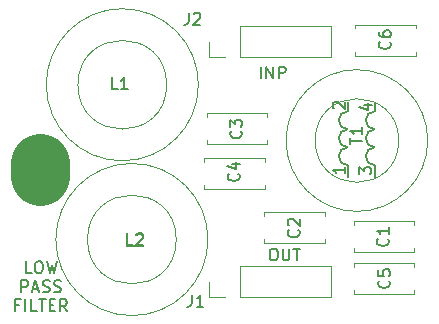
<source format=gbr>
%TF.GenerationSoftware,KiCad,Pcbnew,(6.0.11)*%
%TF.CreationDate,2023-05-29T12:42:38-05:00*%
%TF.ProjectId,LowPassFilter,4c6f7750-6173-4734-9669-6c7465722e6b,rev?*%
%TF.SameCoordinates,Original*%
%TF.FileFunction,Legend,Top*%
%TF.FilePolarity,Positive*%
%FSLAX46Y46*%
G04 Gerber Fmt 4.6, Leading zero omitted, Abs format (unit mm)*
G04 Created by KiCad (PCBNEW (6.0.11)) date 2023-05-29 12:42:38*
%MOMM*%
%LPD*%
G01*
G04 APERTURE LIST*
%ADD10C,5.000000*%
%ADD11C,0.150000*%
%ADD12C,0.120000*%
G04 APERTURE END LIST*
D10*
X116930000Y-102790000D02*
X116930000Y-101710500D01*
D11*
X116214285Y-111052380D02*
X115738095Y-111052380D01*
X115738095Y-110052380D01*
X116738095Y-110052380D02*
X116928571Y-110052380D01*
X117023809Y-110100000D01*
X117119047Y-110195238D01*
X117166666Y-110385714D01*
X117166666Y-110719047D01*
X117119047Y-110909523D01*
X117023809Y-111004761D01*
X116928571Y-111052380D01*
X116738095Y-111052380D01*
X116642857Y-111004761D01*
X116547619Y-110909523D01*
X116500000Y-110719047D01*
X116500000Y-110385714D01*
X116547619Y-110195238D01*
X116642857Y-110100000D01*
X116738095Y-110052380D01*
X117500000Y-110052380D02*
X117738095Y-111052380D01*
X117928571Y-110338095D01*
X118119047Y-111052380D01*
X118357142Y-110052380D01*
X115357142Y-112662380D02*
X115357142Y-111662380D01*
X115738095Y-111662380D01*
X115833333Y-111710000D01*
X115880952Y-111757619D01*
X115928571Y-111852857D01*
X115928571Y-111995714D01*
X115880952Y-112090952D01*
X115833333Y-112138571D01*
X115738095Y-112186190D01*
X115357142Y-112186190D01*
X116309523Y-112376666D02*
X116785714Y-112376666D01*
X116214285Y-112662380D02*
X116547619Y-111662380D01*
X116880952Y-112662380D01*
X117166666Y-112614761D02*
X117309523Y-112662380D01*
X117547619Y-112662380D01*
X117642857Y-112614761D01*
X117690476Y-112567142D01*
X117738095Y-112471904D01*
X117738095Y-112376666D01*
X117690476Y-112281428D01*
X117642857Y-112233809D01*
X117547619Y-112186190D01*
X117357142Y-112138571D01*
X117261904Y-112090952D01*
X117214285Y-112043333D01*
X117166666Y-111948095D01*
X117166666Y-111852857D01*
X117214285Y-111757619D01*
X117261904Y-111710000D01*
X117357142Y-111662380D01*
X117595238Y-111662380D01*
X117738095Y-111710000D01*
X118119047Y-112614761D02*
X118261904Y-112662380D01*
X118500000Y-112662380D01*
X118595238Y-112614761D01*
X118642857Y-112567142D01*
X118690476Y-112471904D01*
X118690476Y-112376666D01*
X118642857Y-112281428D01*
X118595238Y-112233809D01*
X118500000Y-112186190D01*
X118309523Y-112138571D01*
X118214285Y-112090952D01*
X118166666Y-112043333D01*
X118119047Y-111948095D01*
X118119047Y-111852857D01*
X118166666Y-111757619D01*
X118214285Y-111710000D01*
X118309523Y-111662380D01*
X118547619Y-111662380D01*
X118690476Y-111710000D01*
X115166666Y-113748571D02*
X114833333Y-113748571D01*
X114833333Y-114272380D02*
X114833333Y-113272380D01*
X115309523Y-113272380D01*
X115690476Y-114272380D02*
X115690476Y-113272380D01*
X116642857Y-114272380D02*
X116166666Y-114272380D01*
X116166666Y-113272380D01*
X116833333Y-113272380D02*
X117404761Y-113272380D01*
X117119047Y-114272380D02*
X117119047Y-113272380D01*
X117738095Y-113748571D02*
X118071428Y-113748571D01*
X118214285Y-114272380D02*
X117738095Y-114272380D01*
X117738095Y-113272380D01*
X118214285Y-113272380D01*
X119214285Y-114272380D02*
X118880952Y-113796190D01*
X118642857Y-114272380D02*
X118642857Y-113272380D01*
X119023809Y-113272380D01*
X119119047Y-113320000D01*
X119166666Y-113367619D01*
X119214285Y-113462857D01*
X119214285Y-113605714D01*
X119166666Y-113700952D01*
X119119047Y-113748571D01*
X119023809Y-113796190D01*
X118642857Y-113796190D01*
X135628190Y-94559380D02*
X135628190Y-93559380D01*
X136104380Y-94559380D02*
X136104380Y-93559380D01*
X136675809Y-94559380D01*
X136675809Y-93559380D01*
X137152000Y-94559380D02*
X137152000Y-93559380D01*
X137532952Y-93559380D01*
X137628190Y-93607000D01*
X137675809Y-93654619D01*
X137723428Y-93749857D01*
X137723428Y-93892714D01*
X137675809Y-93987952D01*
X137628190Y-94035571D01*
X137532952Y-94083190D01*
X137152000Y-94083190D01*
X136617200Y-108977180D02*
X136807676Y-108977180D01*
X136902914Y-109024800D01*
X136998152Y-109120038D01*
X137045771Y-109310514D01*
X137045771Y-109643847D01*
X136998152Y-109834323D01*
X136902914Y-109929561D01*
X136807676Y-109977180D01*
X136617200Y-109977180D01*
X136521961Y-109929561D01*
X136426723Y-109834323D01*
X136379104Y-109643847D01*
X136379104Y-109310514D01*
X136426723Y-109120038D01*
X136521961Y-109024800D01*
X136617200Y-108977180D01*
X137474342Y-108977180D02*
X137474342Y-109786704D01*
X137521961Y-109881942D01*
X137569580Y-109929561D01*
X137664819Y-109977180D01*
X137855295Y-109977180D01*
X137950533Y-109929561D01*
X137998152Y-109881942D01*
X138045771Y-109786704D01*
X138045771Y-108977180D01*
X138379104Y-108977180D02*
X138950533Y-108977180D01*
X138664819Y-109977180D02*
X138664819Y-108977180D01*
X124801333Y-108656380D02*
X124325142Y-108656380D01*
X124325142Y-107656380D01*
X125087047Y-107751619D02*
X125134666Y-107704000D01*
X125229904Y-107656380D01*
X125468000Y-107656380D01*
X125563238Y-107704000D01*
X125610857Y-107751619D01*
X125658476Y-107846857D01*
X125658476Y-107942095D01*
X125610857Y-108084952D01*
X125039428Y-108656380D01*
X125658476Y-108656380D01*
%TO.C,C1*%
X146357142Y-108126666D02*
X146404761Y-108174285D01*
X146452380Y-108317142D01*
X146452380Y-108412380D01*
X146404761Y-108555238D01*
X146309523Y-108650476D01*
X146214285Y-108698095D01*
X146023809Y-108745714D01*
X145880952Y-108745714D01*
X145690476Y-108698095D01*
X145595238Y-108650476D01*
X145500000Y-108555238D01*
X145452380Y-108412380D01*
X145452380Y-108317142D01*
X145500000Y-108174285D01*
X145547619Y-108126666D01*
X146452380Y-107174285D02*
X146452380Y-107745714D01*
X146452380Y-107460000D02*
X145452380Y-107460000D01*
X145595238Y-107555238D01*
X145690476Y-107650476D01*
X145738095Y-107745714D01*
%TO.C,C2*%
X138817142Y-107384666D02*
X138864761Y-107432285D01*
X138912380Y-107575142D01*
X138912380Y-107670380D01*
X138864761Y-107813238D01*
X138769523Y-107908476D01*
X138674285Y-107956095D01*
X138483809Y-108003714D01*
X138340952Y-108003714D01*
X138150476Y-107956095D01*
X138055238Y-107908476D01*
X137960000Y-107813238D01*
X137912380Y-107670380D01*
X137912380Y-107575142D01*
X137960000Y-107432285D01*
X138007619Y-107384666D01*
X138007619Y-107003714D02*
X137960000Y-106956095D01*
X137912380Y-106860857D01*
X137912380Y-106622761D01*
X137960000Y-106527523D01*
X138007619Y-106479904D01*
X138102857Y-106432285D01*
X138198095Y-106432285D01*
X138340952Y-106479904D01*
X138912380Y-107051333D01*
X138912380Y-106432285D01*
%TO.C,C3*%
X133931142Y-99012666D02*
X133978761Y-99060285D01*
X134026380Y-99203142D01*
X134026380Y-99298380D01*
X133978761Y-99441238D01*
X133883523Y-99536476D01*
X133788285Y-99584095D01*
X133597809Y-99631714D01*
X133454952Y-99631714D01*
X133264476Y-99584095D01*
X133169238Y-99536476D01*
X133074000Y-99441238D01*
X133026380Y-99298380D01*
X133026380Y-99203142D01*
X133074000Y-99060285D01*
X133121619Y-99012666D01*
X133026380Y-98679333D02*
X133026380Y-98060285D01*
X133407333Y-98393619D01*
X133407333Y-98250761D01*
X133454952Y-98155523D01*
X133502571Y-98107904D01*
X133597809Y-98060285D01*
X133835904Y-98060285D01*
X133931142Y-98107904D01*
X133978761Y-98155523D01*
X134026380Y-98250761D01*
X134026380Y-98536476D01*
X133978761Y-98631714D01*
X133931142Y-98679333D01*
%TO.C,C4*%
X133737142Y-102632666D02*
X133784761Y-102680285D01*
X133832380Y-102823142D01*
X133832380Y-102918380D01*
X133784761Y-103061238D01*
X133689523Y-103156476D01*
X133594285Y-103204095D01*
X133403809Y-103251714D01*
X133260952Y-103251714D01*
X133070476Y-103204095D01*
X132975238Y-103156476D01*
X132880000Y-103061238D01*
X132832380Y-102918380D01*
X132832380Y-102823142D01*
X132880000Y-102680285D01*
X132927619Y-102632666D01*
X133165714Y-101775523D02*
X133832380Y-101775523D01*
X132784761Y-102013619D02*
X133499047Y-102251714D01*
X133499047Y-101632666D01*
%TO.C,C5*%
X146467142Y-111692666D02*
X146514761Y-111740285D01*
X146562380Y-111883142D01*
X146562380Y-111978380D01*
X146514761Y-112121238D01*
X146419523Y-112216476D01*
X146324285Y-112264095D01*
X146133809Y-112311714D01*
X145990952Y-112311714D01*
X145800476Y-112264095D01*
X145705238Y-112216476D01*
X145610000Y-112121238D01*
X145562380Y-111978380D01*
X145562380Y-111883142D01*
X145610000Y-111740285D01*
X145657619Y-111692666D01*
X145562380Y-110787904D02*
X145562380Y-111264095D01*
X146038571Y-111311714D01*
X145990952Y-111264095D01*
X145943333Y-111168857D01*
X145943333Y-110930761D01*
X145990952Y-110835523D01*
X146038571Y-110787904D01*
X146133809Y-110740285D01*
X146371904Y-110740285D01*
X146467142Y-110787904D01*
X146514761Y-110835523D01*
X146562380Y-110930761D01*
X146562380Y-111168857D01*
X146514761Y-111264095D01*
X146467142Y-111311714D01*
%TO.C,C6*%
X146529142Y-91455666D02*
X146576761Y-91503285D01*
X146624380Y-91646142D01*
X146624380Y-91741380D01*
X146576761Y-91884238D01*
X146481523Y-91979476D01*
X146386285Y-92027095D01*
X146195809Y-92074714D01*
X146052952Y-92074714D01*
X145862476Y-92027095D01*
X145767238Y-91979476D01*
X145672000Y-91884238D01*
X145624380Y-91741380D01*
X145624380Y-91646142D01*
X145672000Y-91503285D01*
X145719619Y-91455666D01*
X145624380Y-90598523D02*
X145624380Y-90789000D01*
X145672000Y-90884238D01*
X145719619Y-90931857D01*
X145862476Y-91027095D01*
X146052952Y-91074714D01*
X146433904Y-91074714D01*
X146529142Y-91027095D01*
X146576761Y-90979476D01*
X146624380Y-90884238D01*
X146624380Y-90693761D01*
X146576761Y-90598523D01*
X146529142Y-90550904D01*
X146433904Y-90503285D01*
X146195809Y-90503285D01*
X146100571Y-90550904D01*
X146052952Y-90598523D01*
X146005333Y-90693761D01*
X146005333Y-90884238D01*
X146052952Y-90979476D01*
X146100571Y-91027095D01*
X146195809Y-91074714D01*
%TO.C,J1*%
X129765466Y-112888780D02*
X129765466Y-113603066D01*
X129717847Y-113745923D01*
X129622609Y-113841161D01*
X129479752Y-113888780D01*
X129384514Y-113888780D01*
X130765466Y-113888780D02*
X130194038Y-113888780D01*
X130479752Y-113888780D02*
X130479752Y-112888780D01*
X130384514Y-113031638D01*
X130289276Y-113126876D01*
X130194038Y-113174495D01*
%TO.C,J2*%
X129511466Y-89012780D02*
X129511466Y-89727066D01*
X129463847Y-89869923D01*
X129368609Y-89965161D01*
X129225752Y-90012780D01*
X129130514Y-90012780D01*
X129940038Y-89108019D02*
X129987657Y-89060400D01*
X130082895Y-89012780D01*
X130320990Y-89012780D01*
X130416228Y-89060400D01*
X130463847Y-89108019D01*
X130511466Y-89203257D01*
X130511466Y-89298495D01*
X130463847Y-89441352D01*
X129892419Y-90012780D01*
X130511466Y-90012780D01*
%TO.C,L1*%
X123503333Y-95472380D02*
X123027142Y-95472380D01*
X123027142Y-94472380D01*
X124360476Y-95472380D02*
X123789047Y-95472380D01*
X124074761Y-95472380D02*
X124074761Y-94472380D01*
X123979523Y-94615238D01*
X123884285Y-94710476D01*
X123789047Y-94758095D01*
%TO.C,T1*%
X143192380Y-100139904D02*
X143192380Y-99568476D01*
X144192380Y-99854190D02*
X143192380Y-99854190D01*
X144192380Y-98711333D02*
X144192380Y-99282761D01*
X144192380Y-98997047D02*
X143192380Y-98997047D01*
X143335238Y-99092285D01*
X143430476Y-99187523D01*
X143478095Y-99282761D01*
X142716380Y-102036285D02*
X142716380Y-102607714D01*
X142716380Y-102322000D02*
X141716380Y-102322000D01*
X141859238Y-102417238D01*
X141954476Y-102512476D01*
X142002095Y-102607714D01*
X141811619Y-97107714D02*
X141764000Y-97060095D01*
X141716380Y-96964857D01*
X141716380Y-96726761D01*
X141764000Y-96631523D01*
X141811619Y-96583904D01*
X141906857Y-96536285D01*
X142002095Y-96536285D01*
X142144952Y-96583904D01*
X142716380Y-97155333D01*
X142716380Y-96536285D01*
X143954380Y-102695833D02*
X143954380Y-102076785D01*
X144335333Y-102410119D01*
X144335333Y-102267261D01*
X144382952Y-102172023D01*
X144430571Y-102124404D01*
X144525809Y-102076785D01*
X144763904Y-102076785D01*
X144859142Y-102124404D01*
X144906761Y-102172023D01*
X144954380Y-102267261D01*
X144954380Y-102552976D01*
X144906761Y-102648214D01*
X144859142Y-102695833D01*
X144351214Y-96774523D02*
X145017880Y-96774523D01*
X143970261Y-97012619D02*
X144684547Y-97250714D01*
X144684547Y-96631666D01*
%TO.C,L2*%
X124775333Y-108736380D02*
X124299142Y-108736380D01*
X124299142Y-107736380D01*
X125061047Y-107831619D02*
X125108666Y-107784000D01*
X125203904Y-107736380D01*
X125442000Y-107736380D01*
X125537238Y-107784000D01*
X125584857Y-107831619D01*
X125632476Y-107926857D01*
X125632476Y-108022095D01*
X125584857Y-108164952D01*
X125013428Y-108736380D01*
X125632476Y-108736380D01*
D12*
%TO.C,C1*%
X148610000Y-106954000D02*
X148610000Y-106640000D01*
X143490000Y-106954000D02*
X143490000Y-106640000D01*
X148610000Y-109260000D02*
X148610000Y-108946000D01*
X143490000Y-109260000D02*
X143490000Y-108946000D01*
X148610000Y-109260000D02*
X143490000Y-109260000D01*
X148610000Y-106640000D02*
X143490000Y-106640000D01*
%TO.C,C2*%
X141030000Y-105878000D02*
X135910000Y-105878000D01*
X135910000Y-106192000D02*
X135910000Y-105878000D01*
X141030000Y-108498000D02*
X135910000Y-108498000D01*
X135910000Y-108498000D02*
X135910000Y-108184000D01*
X141030000Y-106192000D02*
X141030000Y-105878000D01*
X141030000Y-108498000D02*
X141030000Y-108184000D01*
%TO.C,C3*%
X131044000Y-97496000D02*
X136164000Y-97496000D01*
X136164000Y-97496000D02*
X136164000Y-97810000D01*
X131044000Y-97496000D02*
X131044000Y-97810000D01*
X131044000Y-99802000D02*
X131044000Y-100116000D01*
X131044000Y-100116000D02*
X136164000Y-100116000D01*
X136164000Y-99802000D02*
X136164000Y-100116000D01*
%TO.C,C4*%
X135950000Y-103926000D02*
X130830000Y-103926000D01*
X135950000Y-101306000D02*
X130830000Y-101306000D01*
X135950000Y-101620000D02*
X135950000Y-101306000D01*
X135950000Y-103926000D02*
X135950000Y-103612000D01*
X130830000Y-103926000D02*
X130830000Y-103612000D01*
X130830000Y-101620000D02*
X130830000Y-101306000D01*
%TO.C,C5*%
X143490000Y-110196000D02*
X143490000Y-110510000D01*
X143490000Y-112502000D02*
X143490000Y-112816000D01*
X143490000Y-110196000D02*
X148610000Y-110196000D01*
X148610000Y-110196000D02*
X148610000Y-110510000D01*
X143490000Y-112816000D02*
X148610000Y-112816000D01*
X148610000Y-112502000D02*
X148610000Y-112816000D01*
%TO.C,C6*%
X148760000Y-90334000D02*
X148760000Y-90020000D01*
X143640000Y-92640000D02*
X143640000Y-92326000D01*
X143640000Y-90334000D02*
X143640000Y-90020000D01*
X148760000Y-90020000D02*
X143640000Y-90020000D01*
X148760000Y-92640000D02*
X143640000Y-92640000D01*
X148760000Y-92640000D02*
X148760000Y-92326000D01*
%TO.C,J1*%
X133858000Y-113090000D02*
X133858000Y-110430000D01*
X133858000Y-110430000D02*
X141538000Y-110430000D01*
X132588000Y-113090000D02*
X131258000Y-113090000D01*
X141538000Y-113090000D02*
X141538000Y-110430000D01*
X131258000Y-113090000D02*
X131258000Y-111760000D01*
X133858000Y-113090000D02*
X141538000Y-113090000D01*
%TO.C,J2*%
X132588000Y-92770000D02*
X131258000Y-92770000D01*
X141538000Y-92770000D02*
X141538000Y-90110000D01*
X133858000Y-92770000D02*
X133858000Y-90110000D01*
X131258000Y-92770000D02*
X131258000Y-91440000D01*
X133858000Y-92770000D02*
X141538000Y-92770000D01*
X133858000Y-90110000D02*
X141538000Y-90110000D01*
%TO.C,L1*%
X130340000Y-95100000D02*
G75*
G03*
X130340000Y-95100000I-6440000J0D01*
G01*
X127658100Y-95100000D02*
G75*
G03*
X127658100Y-95100000I-3758100J0D01*
G01*
D11*
%TO.C,T1*%
X142978000Y-101918000D02*
X142978000Y-102934000D01*
X142978000Y-97346000D02*
X142978000Y-96584000D01*
X145264000Y-101918000D02*
X145264000Y-102934000D01*
X145264000Y-97346000D02*
X145264000Y-96584000D01*
X144502000Y-99632000D02*
G75*
G03*
X145264000Y-100394000I762001J1D01*
G01*
X142978000Y-100394000D02*
G75*
G03*
X142216000Y-101156000I1J-762001D01*
G01*
X142216000Y-99632000D02*
G75*
G03*
X142978000Y-100394000I762001J1D01*
G01*
X145264000Y-98870000D02*
G75*
G03*
X144502000Y-99632000I0J-762000D01*
G01*
X142216000Y-101156000D02*
G75*
G03*
X142978000Y-101918000I762001J1D01*
G01*
X142978000Y-98870000D02*
G75*
G03*
X142216000Y-99632000I0J-762000D01*
G01*
X145264000Y-100394000D02*
G75*
G03*
X144502000Y-101156000I1J-762001D01*
G01*
X142978000Y-97346000D02*
G75*
G03*
X142216000Y-98108000I0J-762000D01*
G01*
X142216000Y-98108000D02*
G75*
G03*
X142978000Y-98870000I762000J0D01*
G01*
X144502000Y-101156000D02*
G75*
G03*
X145264000Y-101918000I762001J1D01*
G01*
X145264000Y-97346000D02*
G75*
G03*
X144502000Y-98108000I0J-762000D01*
G01*
X144502000Y-98108000D02*
G75*
G03*
X145264000Y-98870000I762000J0D01*
G01*
D12*
X147299534Y-99822000D02*
G75*
G03*
X147299534Y-99822000I-3535534J0D01*
G01*
X149764000Y-99822000D02*
G75*
G03*
X149764000Y-99822000I-6000000J0D01*
G01*
%TO.C,L2*%
X128470100Y-108204000D02*
G75*
G03*
X128470100Y-108204000I-3758100J0D01*
G01*
X131152000Y-108204000D02*
G75*
G03*
X131152000Y-108204000I-6440000J0D01*
G01*
%TD*%
M02*

</source>
